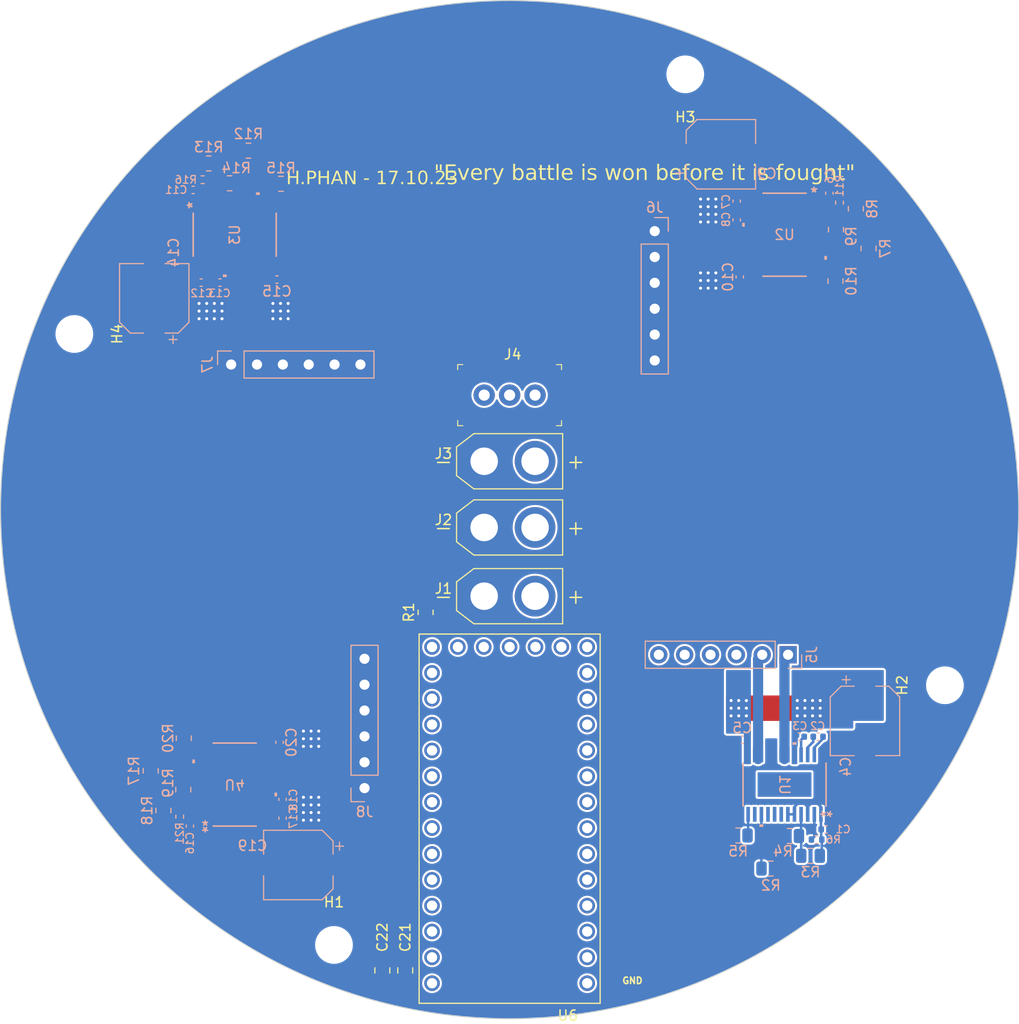
<source format=kicad_pcb>
(kicad_pcb (version 20221018) (generator pcbnew)
  (layers (0 "F.Cu" signal) (31 "B.Cu" signal) (34 "B.Paste" user) (35 "F.Paste" user) (36 "B.SilkS" user "B.Silkscreen") (37 "F.SilkS" user "F.Silkscreen") (38 "B.Mask" user) (39 "F.Mask" user) (44 "Edge.Cuts" user))
  (net 0 "")
  (net 1 "Net-(U1-DVDD)")
  (net 2 "GNDPWR")
  (net 3 "Net-(U1-CPL)")
  (net 4 "Net-(U1-CPH)")
  (net 5 "Net-(U1-VCP)")
  (net 6 "+15V")
  (net 7 "+5V")
  (net 8 "GNDS")
  (net 9 "+3V3")
  (net 10 "/SCL")
  (net 11 "/SDA")
  (net 12 "/M1A")
  (net 13 "/M1B")
  (net 14 "/ENC1A")
  (net 15 "/ENC1B")
  (net 16 "Net-(U1-IPROPI1)")
  (net 17 "Net-(U1-SR)")
  (net 18 "Net-(U1-IPROPI2)")
  (net 19 "Net-(U1-NFAULT)")
  (net 20 "/M1IN1")
  (net 21 "/M1IN2")
  (net 22 "/DISABLE")
  (net 23 "/M4IN2")
  (net 24 "/M4IN1")
  (net 25 "/M3IN2")
  (net 26 "/M3IN1")
  (net 27 "/M2IN2")
  (net 28 "/M2IN1")
  (net 29 "/ENC2B")
  (net 30 "/ENC2A")
  (net 31 "/ENC4B")
  (net 32 "/ENC4A")
  (net 33 "/ENC3B")
  (net 34 "/ENC3A")
  (net 35 "Net-(U2-DVDD)")
  (net 36 "Net-(U2-CPH)")
  (net 37 "Net-(U2-CPL)")
  (net 38 "Net-(U2-VCP)")
  (net 39 "Net-(U3-DVDD)")
  (net 40 "Net-(U3-CPH)")
  (net 41 "Net-(U3-CPL)")
  (net 42 "Net-(U3-VCP)")
  (net 43 "Net-(U4-DVDD)")
  (net 44 "Net-(U4-CPH)")
  (net 45 "Net-(U4-CPL)")
  (net 46 "Net-(U4-VCP)")
  (net 47 "/M2B")
  (net 48 "/M2A")
  (net 49 "/M3B")
  (net 50 "/M3A")
  (net 51 "/M4B")
  (net 52 "/M4A")
  (net 53 "Net-(U2-IPROPI1)")
  (net 54 "Net-(U2-SR)")
  (net 55 "Net-(U2-IPROPI2)")
  (net 56 "Net-(U2-NFAULT)")
  (net 57 "Net-(U3-IPROPI1)")
  (net 58 "Net-(U3-SR)")
  (net 59 "Net-(U3-IPROPI2)")
  (net 60 "Net-(U3-NFAULT)")
  (net 61 "Net-(U4-IPROPI1)")
  (net 62 "Net-(U4-SR)")
  (net 63 "Net-(U4-IPROPI2)")
  (net 64 "Net-(U4-NFAULT)")
  (footprint "MountingHole:MountingHole_3.2mm_M3" (layer "F.Cu") (at 132.75 192.75)
    (fp_text reference "H1")
    (fp_text value "MountingHole")
  )
  (footprint "MountingHole:MountingHole_3.2mm_M3" (layer "F.Cu") (at 107.25 132.75 -90)
    (fp_text reference "H4")
    (fp_text value "MountingHole")
  )
  (footprint "Connector_AMASS:AMASS_XT30U-F_1x02_P5.0mm_Vertical" (layer "F.Cu") (at 147.5 151.75)
    (fp_text reference "J2")
    (fp_text value "5V Buck")
  )
  (footprint "Connector_AMASS:AMASS_XT30U-F_1x02_P5.0mm_Vertical" (layer "F.Cu") (at 147.5 158.5)
    (fp_text reference "J1")
    (fp_text value "BATT")
  )
  (footprint "DEV-15583:MODULE_DEV-15583" (layer "F.Cu") (at 150 180 180)
    (fp_text reference "U6")
    (fp_text value "DEV-15583")
  )
  (footprint "Capacitor_SMD:C_0805_2012Metric" (layer "F.Cu") (at 139.75 195.25 90)
    (fp_text reference "C21")
    (fp_text value "10uF")
  )
  (footprint "Capacitor_SMD:C_0805_2012Metric" (layer "F.Cu") (at 137.5 195.25 90)
    (fp_text reference "C22")
    (fp_text value "100nF")
  )
  (footprint "Connector_AMASS:AMASS_XT30U-F_1x02_P5.0mm_Vertical" (layer "F.Cu") (at 147.5 145.25)
    (fp_text reference "J3")
    (fp_text value "3V3 Buck")
  )
  (footprint "MountingHole:MountingHole_3.2mm_M3" (layer "F.Cu") (at 167.25 107.25 180)
    (fp_text reference "H3")
    (fp_text value "MountingHole")
  )
  (footprint "Resistor_SMD:R_0805_2012Metric" (layer "F.Cu") (at 141.75 160.0875 90)
    (fp_text reference "R1")
    (fp_text value "0R")
  )
  (footprint "digikey-footprints:PinHeader_1x3_P2.5mm_Drill1.1mm" (layer "F.Cu") (at 147.5 138.755)
    (fp_text reference "J4")
    (fp_text value "I2C")
  )
  (footprint "MountingHole:MountingHole_3.2mm_M3" (layer "F.Cu") (at 192.75 167.25 90)
    (fp_text reference "H2")
    (fp_text value "MountingHole")
  )
  (footprint "Resistor_SMD:R_0805_2012Metric" (layer "B.Cu") (at 182 127.55 -90)
    (fp_text reference "R10")
    (fp_text value "363R")
  )
  (footprint "Capacitor_SMD:C_0402_1005Metric" (layer "B.Cu") (at 181.08 181.4)
    (fp_text reference "C1")
    (fp_text value "1uF")
  )
  (footprint "Resistor_SMD:R_0805_2012Metric" (layer "B.Cu") (at 116 179.55 90)
    (fp_text reference "R18")
    (fp_text value "0R")
  )
  (footprint "Capacitor_SMD:C_0402_1005Metric" (layer "B.Cu") (at 181.4 118.92 90)
    (fp_text reference "C6")
    (fp_text value "1uF")
  )
  (footprint "Capacitor_SMD:C_0402_1005Metric" (layer "B.Cu") (at 118.6 181.08 -90)
    (fp_text reference "C16")
    (fp_text value "1uF")
  )
  (footprint "Resistor_SMD:R_0805_2012Metric" (layer "B.Cu") (at 182.05 122.5 -90)
    (fp_text reference "R9")
    (fp_text value "3M")
  )
  (footprint "Resistor_SMD:R_0805_2012Metric" (layer "B.Cu") (at 179.55 184 180)
    (fp_text reference "R3")
    (fp_text value "0R")
  )
  (footprint "DRV8873HPWPR:PWP24_TEX" (layer "B.Cu") (at 177 123 180)
    (fp_text reference "U2")
    (fp_text value "DRV8873HPWPR")
  )
  (footprint "DRV8873HPWPR:PWP24_TEX" (layer "B.Cu") (at 123 177)
    (fp_text reference "U4")
    (fp_text value "DRV8873HPWPR")
  )
  (footprint "Capacitor_SMD:C_0402_1005Metric" (layer "B.Cu") (at 172.85 172.6 180)
    (fp_text reference "C5")
    (fp_text value "0.1uF")
  )
  (footprint "Resistor_SMD:R_0805_2012Metric" (layer "B.Cu") (at 114.75 175.65 -90)
    (fp_text reference "R17")
    (fp_text value "363R")
  )
  (footprint "Resistor_SMD:R_0805_2012Metric" (layer "B.Cu") (at 118 172.45 90)
    (fp_text reference "R20")
    (fp_text value "363R")
  )
  (footprint "Connector_PinHeader_2.54mm:PinHeader_1x06_P2.54mm_Vertical" (layer "B.Cu") (at 122.65 135.75 -90)
    (fp_text reference "J7")
    (fp_text value "M1")
  )
  (footprint "DRV8873HPWPR:PWP24_TEX" (layer "B.Cu") (at 123 123 -90)
    (fp_text reference "U3")
    (fp_text value "DRV8873HPWPR")
  )
  (footprint "Capacitor_SMD:CP_Elec_6.3x7.7" (layer "B.Cu") (at 115.1 129.25 90)
    (fp_text reference "C14")
    (fp_text value "100uF")
  )
  (footprint "Capacitor_SMD:C_0402_1005Metric" (layer "B.Cu") (at 118.92 118.6 180)
    (fp_text reference "C11")
    (fp_text value "1uF")
  )
  (footprint "Capacitor_SMD:CP_Elec_6.3x7.7" (layer "B.Cu") (at 184.9 170.75 -90)
    (fp_text reference "C4")
    (fp_text value "100uF")
  )
  (footprint "Capacitor_SMD:CP_Elec_6.3x7.7" (layer "B.Cu") (at 170.75 115.1)
    (fp_text reference "C9")
    (fp_text value "100uF")
  )
  (footprint "Resistor_SMD:R_0805_2012Metric" (layer "B.Cu") (at 177.5 182.05 180)
    (fp_text reference "R4")
    (fp_text value "3M")
  )
  (footprint "Resistor_SMD:R_0805_2012Metric" (layer "B.Cu") (at 172.45 182 180)
    (fp_text reference "R5")
    (fp_text value "363R")
  )
  (footprint "Capacitor_SMD:C_0402_1005Metric" (layer "B.Cu") (at 178.45 172.3 180)
    (fp_text reference "C3")
    (fp_text value "1uF")
  )
  (footprint "Resistor_SMD:R_0402_1005Metric" (layer "B.Cu") (at 117.6 180.15 90)
    (fp_text reference "R21")
    (fp_text value "10k")
  )
  (footprint "Resistor_SMD:R_0805_2012Metric" (layer "B.Cu") (at 124.35 114.75 180)
    (fp_text reference "R12")
    (fp_text value "363R")
  )
  (footprint "Capacitor_SMD:C_0402_1005Metric" (layer "B.Cu") (at 127.7 178.45 90)
    (fp_text reference "C18")
    (fp_text value "1uF")
  )
  (footprint "Resistor_SMD:R_0402_1005Metric" (layer "B.Cu") (at 182.4 119.85 -90)
    (fp_text reference "R11")
    (fp_text value "10k")
  )
  (footprint "Resistor_SMD:R_0805_2012Metric" (layer "B.Cu") (at 117.95 177.5 90)
    (fp_text reference "R19")
    (fp_text value "3M")
  )
  (footprint "Capacitor_SMD:C_0402_1005Metric" (layer "B.Cu") (at 127.4 172.85 90)
    (fp_text reference "C20")
    (fp_text value "0.1uF")
  )
  (footprint "Capacitor_SMD:C_0402_1005Metric" (layer "B.Cu") (at 172.3 119.7 -90)
    (fp_text reference "C7")
    (fp_text value "47nF")
  )
  (footprint "Connector_PinHeader_2.54mm:PinHeader_1x06_P2.54mm_Vertical" (layer "B.Cu") (at 164.25 122.65 180)
    (fp_text reference "J6")
    (fp_text value "M1")
  )
  (footprint "Capacitor_SMD:C_0402_1005Metric" (layer "B.Cu") (at 121.55 127.7)
    (fp_text reference "C13")
    (fp_text value "1uF")
  )
  (footprint "Resistor_SMD:R_0805_2012Metric" (layer "B.Cu") (at 175.65 185.25)
    (fp_text reference "R2")
    (fp_text value "363R")
  )
  (footprint "Capacitor_SMD:C_0402_1005Metric" (layer "B.Cu") (at 127.15 127.4)
    (fp_text reference "C15")
    (fp_text value "0.1uF")
  )
  (footprint "Resistor_SMD:R_0805_2012Metric" (layer "B.Cu") (at 184 120.45 -90)
    (fp_text reference "R8")
    (fp_text value "0R")
  )
  (footprint "Capacitor_SMD:C_0402_1005Metric" (layer "B.Cu") (at 172.3 121.55 -90)
    (fp_text reference "C8")
    (fp_text value "1uF")
  )
  (footprint "Capacitor_SMD:C_0402_1005Metric" (layer "B.Cu") (at 172.6 127.15 -90)
    (fp_text reference "C10")
    (fp_text value "0.1uF")
  )
  (footprint "Resistor_SMD:R_0402_1005Metric" (layer "B.Cu") (at 180.15 182.4 180)
    (fp_text reference "R6")
    (fp_text value "10k")
  )
  (footprint "DRV8873HPWPR:PWP24_TEX" (layer "B.Cu") (at 177 177 90)
    (fp_text reference "U1")
    (fp_text value "DRV8873HPWPR")
  )
  (footprint "Connector_PinHeader_2.54mm:PinHeader_1x06_P2.54mm_Vertical" (layer "B.Cu") (at 135.75 177.35)
    (fp_text reference "J8")
    (fp_text value "M1")
  )
  (footprint "Capacitor_SMD:C_0402_1005Metric" (layer "B.Cu") (at 180.3 172.3 180)
    (fp_text reference "C2")
    (fp_text value "47nF")
  )
  (footprint "Resistor_SMD:R_0805_2012Metric" (layer "B.Cu") (at 127.55 118)
    (fp_text reference "R15")
    (fp_text value "363R")
  )
  (footprint "Connector_PinHeader_2.54mm:PinHeader_1x06_P2.54mm_Vertical" (layer "B.Cu") (at 177.35 164.25 90)
    (fp_text reference "J5")
    (fp_text value "M1")
  )
  (footprint "Capacitor_SMD:CP_Elec_6.3x7.7" (layer "B.Cu") (at 129.25 184.9 180)
    (fp_text reference "C19")
    (fp_text value "100uF")
  )
  (footprint "Resistor_SMD:R_0805_2012Metric" (layer "B.Cu") (at 120.45 116)
    (fp_text reference "R13")
    (fp_text value "0R")
  )
  (footprint "Capacitor_SMD:C_0402_1005Metric" (layer "B.Cu") (at 119.7 127.7)
    (fp_text reference "C12")
    (fp_text value "47nF")
  )
  (footprint "Capacitor_SMD:C_0402_1005Metric" (layer "B.Cu") (at 127.7 180.3 90)
    (fp_text reference "C17")
    (fp_text value "47nF")
  )
  (footprint "Resistor_SMD:R_0805_2012Metric" (layer "B.Cu") (at 185.25 124.35 90)
    (fp_text reference "R7")
    (fp_text value "363R")
  )
  (footprint "Resistor_SMD:R_0805_2012Metric" (layer "B.Cu") (at 122.5 117.95)
    (fp_text reference "R14")
    (fp_text value "3M")
  )
  (footprint "Resistor_SMD:R_0402_1005Metric" (layer "B.Cu") (at 119.85 117.6)
    (fp_text reference "R16")
    (fp_text value "10k")
  )
  (gr_circle (center 150 150) (end 200 150) (stroke (width 0.1)) (fill none) (layer "Edge.Cuts"))
  (gr_text "{dblquote}Every battle is won before it is fought{dblquote}" (at 163.25 117) (layer "F.SilkS") (effects (font (size 1.5 1.5))))
  (gr_text "H.PHAN - 17.10.23" (at 136.5 117.5) (layer "F.SilkS") (effects (font (size 1.3 1.3))))
  (segment (start 180.574999 179.19) (end 180.574999 179.921) (width 0.25) (layer "B.Cu") (net 1))
  (segment (start 179.275002 179.19) (end 179.275002 179.921) (width 0.25) (layer "B.Cu") (net 1))
  (segment (start 177.975002 179.19) (end 178.300002 178.865) (width 0.25) (layer "B.Cu") (net 1))
  (segment (start 180.6 181.4) (end 180.6 182.34) (width 0.25) (layer "B.Cu") (net 1))
  (segment (start 180.574999 179.921) (end 180.574999 181.374999) (width 0.25) (layer "B.Cu") (net 1))
  (segment (start 179.275002 179.19) (end 179.600002 178.865) (width 0.25) (layer "B.Cu") (net 1))
  (segment (start 180.574999 181.374999) (end 180.6 181.4) (width 0.25) (layer "B.Cu") (net 1))
  (segment (start 178.300002 178.865) (end 178.950002 178.865) (width 0.25) (layer "B.Cu") (net 1))
  (segment (start 180.66 183.8025) (end 180.4625 184) (width 0.25) (layer "B.Cu") (net 1))
  (segment (start 179.600002 178.865) (end 180.249999 178.865) (width 0.25) (layer "B.Cu") (net 1))
  (segment (start 178.950002 178.865) (end 179.275002 179.19) (width 0.25) (layer "B.Cu") (net 1))
  (segment (start 177.325001 179.921) (end 177.975002 179.921) (width 0.25) (layer "B.Cu") (net 1))
  (segment (start 180.6 182.34) (end 180.66 182.4) (width 0.25) (layer "B.Cu") (net 1))
  (segment (start 180.249999 178.865) (end 180.574999 179.19) (width 0.25) (layer "B.Cu") (net 1))
  (segment (start 177.975002 179.921) (end 177.975002 179.19) (width 0.25) (layer "B.Cu") (net 1))
  (segment (start 180.66 182.4) (end 180.66 183.8025) (width 0.25) (layer "B.Cu") (net 1))
  (segment (start 180.78 172.492998) (end 180.78 172.3) (width 0.25) (layer "B.Cu") (net 3))
  (segment (start 179.924998 173.348) (end 180.78 172.492998) (width 0.25) (layer "B.Cu") (net 3))
  (segment (start 179.924998 174.079) (end 179.924998 173.348) (width 0.25) (layer "B.Cu") (net 3))
  (segment (start 179.82 172.802999) (end 179.82 172.3) (width 0.25) (layer "B.Cu") (net 4))
  (segment (start 179.274999 174.079) (end 179.274999 173.348) (width 0.25) (layer "B.Cu") (net 4))
  (segment (start 179.274999 173.348) (end 179.82 172.802999) (width 0.25) (layer "B.Cu") (net 4))
  (segment (start 178.624998 172.605002) (end 178.624998 174.079) (width 0.25) (layer "B.Cu") (net 5))
  (segment (start 178.93 172.3) (end 178.624998 172.605002) (width 0.25) (layer "B.Cu") (net 5))
  (via (at 131.25 172.5) (size 0.6) (drill 0.3) (layers "F.Cu" "B.Cu") (net 6))
  (via (at 169.5 121) (size 0.6) (drill 0.3) (layers "F.Cu" "B.Cu") (net 6))
  (via (at 120.25 129.75) (size 0.6) (drill 0.3) (layers "F.Cu" "B.Cu") (net 6))
  (via (at 126.75 130.5) (size 0.6) (drill 0.3) (layers "F.Cu" "B.Cu") (net 6))
  (via (at 168.75 121.75) (size 0.6) (drill 0.3) (layers "F.Cu" "B.Cu") (net 6))
  (via (at 130.5 173.25) (size 0.6) (drill 0.3) (layers "F.Cu" "B.Cu") (net 6))
  (via (at 169.5 127.5) (size 0.6) (drill 0.3) (layers "F.Cu" "B.Cu") (net 6))
  (via (at 169.5 119.5) (size 0.6) (drill 0.3) (layers "F.Cu" "B.Cu") (net 6))
  (via (at 179 168.75) (size 0.6) (drill 0.3) (layers "F.Cu" "B.Cu") (net 6))
  (via (at 129.75 172.5) (size 0.6) (drill 0.3) (layers "F.Cu" "B.Cu") (net 6))
  (via (at 170.25 119.5) (size 0.6) (drill 0.3) (layers "F.Cu" "B.Cu") (net 6))
  (via (at 171.75 169.5) (size 0.6) (drill 0.3) (layers "F.Cu" "B.Cu") (net 6))
  (via (at 171.75 170.25) (size 0.6) (drill 0.3) (layers "F.Cu" "B.Cu") (net 6))
  (via (at 119.5 129.75) (size 0.6) (drill 0.3) (layers "F.Cu" "B.Cu") (net 6))
  (via (at 173.25 169.5) (size 0.6) (drill 0.3) (layers "F.Cu" "B.Cu") (net 6))
  (via (at 168.75 126.75) (size 0.6) (drill 0.3) (layers "F.Cu" "B.Cu") (net 6))
  (via (at 131.25 180.5) (size 0.6) (drill 0.3) (layers "F.Cu" "B.Cu") (net 6))
  (via (at 178.25 170.25) (size 0.6) (drill 0.3) (layers "F.Cu" "B.Cu") (net 6))
  (via (at 131.25 171.75) (size 0.6) (drill 0.3) (layers "F.Cu" "B.Cu") (net 6))
  (via (at 130.5 178.25) (size 0.6) (drill 0.3) (layers "F.Cu" "B.Cu") (net 6))
  (via (at 169.5 126.75) (size 0.6) (drill 0.3) (layers "F.Cu" "B.Cu") (net 6))
  (via (at 169.5 120.25) (size 0.6) (drill 0.3) (layers "F.Cu" "B.Cu") (net 6))
  (via (at 130.5 171.75) (size 0.6) (drill 0.3) (layers "F.Cu" "B.Cu") (net 6))
  (via (at 120.25 131.25) (size 0.6) (drill 0.3) (layers "F.Cu" "B.Cu") (net 6))
  (via (at 180.5 169.5) (size 0.6) (drill 0.3) (layers "F.Cu" "B.Cu") (net 6))
  (via (at 172.5 168.75) (size 0.6) (drill 0.3) (layers "F.Cu" "B.Cu") (net 6))
  (via (at 121.75 131.25) (size 0.6) (drill 0.3) (layers "F.Cu" "B.Cu") (net 6))
  (via (at 180.5 170.25) (size 0.6) (drill 0.3) (layers "F.Cu" "B.Cu") (net 6))
  (via (at 127.5 130.5) (size 0.6) (drill 0.3) (layers "F.Cu" "B.Cu") (net 6))
  (via (at 179.75 168.75) (size 0.6) (drill 0.3) (layers "F.Cu" "B.Cu") (net 6))
  (via (at 170.25 127.5) (size 0.6) (drill 0.3) (layers "F.Cu" "B.Cu") (net 6))
  (via (at 168.75 120.25) (size 0.6) (drill 0.3) (layers "F.Cu" "B.Cu") (net 6))
  (via (at 121 131.25) (size 0.6) (drill 0.3) (layers "F.Cu" "B.Cu") (net 6))
  (via (at 179.75 170.25) (size 0.6) (drill 0.3) (layers "F.Cu" "B.Cu") (net 6))
  (via (at 129.75 171.75) (size 0.6) (drill 0.3) (layers "F.Cu" "B.Cu") (net 6))
  (via (at 128.25 130.5) (size 0.6) (drill 0.3) (layers "F.Cu" "B.Cu") (net 6))
  (via (at 130.5 180.5) (size 0.6) (drill 0.3) (layers "F.Cu" "B.Cu") (net 6))
  (via (at 129.75 178.25) (size 0.6) (drill 0.3) (layers "F.Cu" "B.Cu") (net 6))
  (via (at 130.5 172.5) (size 0.6) (drill 0.3) (layers "F.Cu" "B.Cu") (net 6))
  (via (at 121.75 129.75) (size 0.6) (drill 0.3) (layers "F.Cu" "B.Cu") (net 6))
  (via (at 173.25 168.75) (size 0.6) (drill 0.3) (layers "F.Cu" "B.Cu") (net 6))
  (via (at 129.75 179.75) (size 0.6) (drill 0.3) (layers "F.Cu" "B.Cu") (net 6))
  (via (at 171.75 168.75) (size 0.6) (drill 0.3) (layers "F.Cu" "B.Cu") (net 6))
  (via (at 168.75 128.25) (size 0.6) (drill 0.3) (layers "F.Cu" "B.Cu") (net 6))
  (via (at 131.25 179.75) (size 0.6) (drill 0.3) (layers "F.Cu" "B.Cu") (net 6))
  (via (at 178.25 168.75) (size 0.6) (drill 0.3) (layers "F.Cu" "B.Cu") (net 6))
  (via (at 170.25 121) (size 0.6) (drill 0.3) (layers "F.Cu" "B.Cu") (net 6))
  (via (at 129.75 179) (size 0.6) (drill 0.3) (layers "F.Cu" "B.Cu") (net 6))
  (via (at 127.5 131.25) (size 0.6) (drill 0.3) (layers "F.Cu" "B.Cu") (net 6))
  (via (at 119.5 130.5) (size 0.6) (drill 0.3) (layers "F.Cu" "B.Cu") (net 6))
  (via (at 121 129.75) (size 0.6) (drill 0.3) (layers "F.Cu" "B.Cu") (net 6))
  (via (at 126.75 131.25) (size 0.6) (drill 0.3) (layers "F.Cu" "B.Cu") (net 6))
  (via (at 127.5 129.75) (size 0.6) (drill 0.3) (layers "F.Cu" "B.Cu") (net 6))
  (via (at 168.75 119.5) (size 0.6) (drill 0.3) (layers "F.Cu" "B.Cu") (net 6))
  (via (at 170.25 126.75) (size 0.6) (drill 0.3) (layers "F.Cu" "B.Cu") (net 6))
  (via (at 172.5 170.25) (size 0.6) (drill 0.3) (layers "F.Cu" "B.Cu") (net 6))
  (via (at 129.75 180.5) (size 0.6) (drill 0.3) (layers "F.Cu" "B.Cu") (net 6))
  (via (at 170.25 121.75) (size 0.6) (drill 0.3) (layers "F.Cu" "B.Cu") (net 6))
  (via (at 130.5 179.75) (size 0.6) (drill 0.3) (layers "F.Cu" "B.Cu") (net 6))
  (via (at 121 130.5) (size 0.6) (drill 0.3) (layers "F.Cu" "B.Cu") (net 6))
  (via (at 128.25 129.75) (size 0.6) (drill 0.3) (layers "F.Cu" "B.Cu") (net 6))
  (via (at 129.75 173.25) (size 0.6) (drill 0.3) (layers "F.Cu" "B.Cu") (net 6))
  (via (at 128.25 131.25) (size 0.6) (drill 0.3) (layers "F.Cu" "B.Cu") (net 6))
  (via (at 169.5 128.25) (size 0.6) (drill 0.3) (layers "F.Cu" "B.Cu") (net 6))
  (via (at 169.5 121.75) (size 0.6) (drill 0.3) (layers "F.Cu" "B.Cu") (net 6))
  (via (at 131.25 173.25) (size 0.6) (drill 0.3) (layers "F.Cu" "B.Cu") (net 6))
  (via (at 173.25 170.25) (size 0.6) (drill 0.3) (layers "F.Cu" "B.Cu") (net 6))
  (via (at 168.75 121) (size 0.6) (drill 0.3) (layers "F.Cu" "B.Cu") (net 6))
  (via (at 180.5 168.75) (size 0.6) (drill 0.3) (layers "F.Cu" "B.Cu") (net 6))
  (via (at 121.75 130.5) (size 0.6) (drill 0.3) (layers "F.Cu" "B.Cu") (net 6))
  (via (at 170.25 128.25) (size 0.6) (drill 0.3) (layers "F.Cu" "B.Cu") (net 6))
  (via (at 179 170.25) (size 0.6) (drill 0.3) (layers "F.Cu" "B.Cu") (net 6))
  (via (at 131.25 179) (size 0.6) (drill 0.3) (layers "F.Cu" "B.Cu") (net 6))
  (via (at 120.25 130.5) (size 0.6) (drill 0.3) (layers "F.Cu" "B.Cu") (net 6))
  (via (at 179 169.5) (size 0.6) (drill 0.3) (layers "F.Cu" "B.Cu") (net 6))
  (via (at 178.25 169.5) (size 0.6) (drill 0.3) (layers "F.Cu" "B.Cu") (net 6))
  (via (at 119.5 131.25) (size 0.6) (drill 0.3) (layers "F.Cu" "B.Cu") (net 6))
  (via (at 131.25 178.25) (size 0.6) (drill 0.3) (layers "F.Cu" "B.Cu") (net 6))
  (via (at 179.75 169.5) (size 0.6) (drill 0.3) (layers "F.Cu" "B.Cu") (net 6))
  (via (at 168.75 127.5) (size 0.6) (drill 0.3) (layers "F.Cu" "B.Cu") (net 6))
  (via (at 126.75 129.75) (size 0.6) (drill 0.3) (layers "F.Cu" "B.Cu") (net 6))
  (via (at 170.25 120.25) (size 0.6) (drill 0.3) (layers "F.Cu" "B.Cu") (net 6))
  (via (at 130.5 179) (size 0.6) (drill 0.3) (layers "F.Cu" "B.Cu") (net 6))
  (via (at 172.5 169.5) (size 0.6) (drill 0.3) (layers "F.Cu" "B.Cu") (net 6))
  (segment (start 125.925999 177.97) (end 125.921 177.974999) (width 0.25) (layer "B.Cu") (net 6))
  (segment (start 174.074001 122.03) (end 174.079 122.025001) (width 0.25) (layer "B.Cu") (net 6))
  (segment (start 177.97 172.3) (end 177.97 174.074001) (width 0.25) (layer "B.Cu") (net 6))
  (segment (start 177.97 174.074001) (end 177.974999 174.079) (width 0.25) (layer "B.Cu") (net 6))
  (segment (start 172.3 122.03) (end 174.074001 122.03) (width 0.25) (layer "B.Cu") (net 6))
  (segment (start 122.03 127.7) (end 122.03 125.925999) (width 0.25) (layer "B.Cu") (net 6))
  (segment (start 127.7 177.97) (end 125.925999 177.97) (width 0.25) (layer "B.Cu") (net 6))
  (segment (start 122.03 125.925999) (end 122.025001 125.921) (width 0.25) (layer "B.Cu") (net 6))
  (segment (start 177 174.75) (end 176.674999 174.424999) (width 0.25) (layer "B.Cu") (net 12))
  (segment (start 177.324998 174.425002) (end 177 174.75) (width 0.25) (layer "B.Cu") (net 12))
  (segment (start 177.324998 174.079) (end 177.324998 174.425002) (width 0.25) (layer "B.Cu") (net 12))
  (segment (start 176.99 164.61) (end 177 164.6) (width 1) (layer "B.Cu") (net 12))
  (segment (start 176.99 174.5) (end 176.99 164.61) (width 1) (layer "B.Cu") (net 12))
  (segment (start 176.674999 174.424999) (end 176.674999 174.079) (width 0.25) (layer "B.Cu") (net 12))
  (segment (start 177 164.6) (end 177.35 164.25) (width 0.25) (layer "B.Cu") (net 12))
  (segment (start 174.075 174.079) (end 174.725001 174.079) (width 0.25) (layer "B.Cu") (net 13))
  (segment (start 174.4 174.5) (end 174.4 164.66) (width 1) (layer "B.Cu") (net 13))
  (segment (start 174.4 164.66) (end 174.81 164.25) (width 1) (layer "B.Cu") (net 13))
  (segment (start 174.725001 179.921) (end 174.725001 185.237501) (width 0.25) (layer "B.Cu") (net 16))
  (segment (start 174.725001 185.237501) (end 174.7375 185.25) (width 0.25) (layer "B.Cu") (net 16))
  (segment (start 178.4125 182.05) (end 178.625001 181.837499) (width 0.25) (layer "B.Cu") (net 17))
  (segment (start 178.6375 184) (end 178.6375 182.275) (width 0.25) (layer "B.Cu") (net 17))
  (segment (start 178.625001 181.837499) (end 178.625001 179.921) (width 0.25) (layer "B.Cu") (net 17))
  (segment (start 178.6375 182.275) (end 178.4125 182.05) (width 0.25) (layer "B.Cu") (net 17))
  (segment (start 173.425001 179.921) (end 173.425001 181.937499) (width 0.25) (layer "B.Cu") (net 18))
  (segment (start 173.425001 181.937499) (end 173.3625 182) (width 0.25) (layer "B.Cu") (net 18))
  (segment (start 179.64 182.4) (end 179.925 182.115) (width 0.25) (layer "B.Cu") (net 19))
  (segment (start 179.925 182.115) (end 179.925 179.921) (width 0.25) (layer "B.Cu") (net 19))
  (segment (start 181.374999 119.425001) (end 181.4 119.4) (width 0.25) (layer "B.Cu") (net 35))
  (segment (start 178.865 120.399998) (end 178.865 119.750001) (width 0.25) (layer "B.Cu") (net 35))
  (segment (start 183.8025 119.34) (end 184 119.5375) (width 0.25) (layer "B.Cu") (net 35))
  (segment (start 179.19 119.425001) (end 179.921 119.425001) (width 0.25) (layer "B.Cu") (net 35))
  (segment (start 179.19 120.724998) (end 179.921 120.724998) (width 0.25) (layer "B.Cu") (net 35))
  (segment (start 179.921 122.024998) (end 179.19 122.024998) (width 0.25) (layer "B.Cu") (net 35))
  (segment (start 182.34 119.4) (end 182.4 119.34) (width 0.25) (layer "B.Cu") (net 35))
  (segment (start 179.19 120.724998) (end 178.865 120.399998) (width 0.25) (layer "B.Cu") (net 35))
  (segment (start 178.865 119.750001) (end 179.19 119.425001) (width 0.25) (layer "B.Cu") (net 35))
  (segment (start 179.921 119.425001) (end 181.374999 119.425001) (width 0.25) (layer "B.Cu") (net 35))
  (segment (start 179.921 122.674999) (end 179.921 122.024998) (width 0.25) (layer "B.Cu") (net 35))
  (segment (start 179.19 122.024998) (end 178.865 121.699998) (width 0.25) (layer "B.Cu") (net 35))
  (segment (start 178.865 121.699998) (end 178.865 121.049998) (width 0.25) (layer "B.Cu") (net 35))
  (segment (start 182.4 119.34) (end 183.8025 119.34) (width 0.25) (layer "B.Cu") (net 35))
  (segment (start 178.865 121.049998) (end 179.19 120.724998) (width 0.25) (layer "B.Cu") (net 35))
  (segment (start 181.4 119.4) (end 182.34 119.4) (width 0.25) (layer "B.Cu") (net 35))
  (segment (start 174.079 120.725001) (end 173.348 120.725001) (width 0.25) (layer "B.Cu") (net 36))
  (segment (start 172.802999 120.18) (end 172.3 120.18) (width 0.25) (layer "B.Cu") (net 36))
  (segment (start 173.348 120.725001) (end 172.802999 120.18) (width 0.25) (layer "B.Cu") (net 36))
  (segment (start 172.492998 119.22) (end 172.3 119.22) (width 0.25) (layer "B.Cu") (net 37))
  (segment (start 173.348 120.075002) (end 172.492998 119.22) (width 0.25) (layer "B.Cu") (net 37))
  (segment (start 174.079 120.075002) (end 173.348 120.075002) (width 0.25) (layer "B.Cu") (net 37))
  (segment (start 172.3 121.07) (end 172.605002 121.375002) (width 0.25) (layer "B.Cu") (net 38))
  (segment (start 172.605002 121.375002) (end 174.079 121.375002) (width 0.25) (layer "B.Cu") (net 38))
  (segment (start 120.724998 120.81) (end 120.399998 121.135) (width 0.25) (layer "B.Cu") (net 39))
  (segment (start 119.34 117.6) (end 119.34 116.1975) (width 0.25) (layer "B.Cu") (net 39))
  (segment (start 120.399998 121.135) (end 119.750001 121.135) (width 0.25) (layer "B.Cu") (net 39))
  (segment (start 119.4 118.6) (end 119.4 117.66) (width 0.25) (layer "B.Cu") (net 39))
  (segment (start 119.425001 118.625001) (end 119.4 118.6) (width 0.25) (layer "B.Cu") (net 39))
  (segment (start 119.750001 121.135) (end 119.425001 120.81) (width 0.25) (layer "B.Cu") (net 39))
  (segment (start 122.024998 120.81) (end 121.699998 121.135) (width 0.25) (layer "B.Cu") (net 39))
  (segment (start 120.724998 120.81) (end 120.724998 120.079) (width 0.25) (layer "B.Cu") (net 39))
  (segment (start 122.024998 120.079) (end 122.024998 120.81) (width 0.25) (layer "B.Cu") (net 39))
  (segment (start 119.425001 120.079) (end 119.425001 118.625001) (width 0.25) (layer "B.Cu") (net 39))
  (segment (start 121.699998 121.135) (end 121.049998 121.135) (width 0.25) (layer "B.Cu") (net 39))
  (segment (start 119.4 117.66) (end 119.34 117.6) (width 0.25) (layer "B.Cu") (net 39))
  (segment (start 122.674999 120.079) (end 122.024998 120.079) (width 0.25) (layer "B.Cu") (net 39))
  (segment (start 119.425001 120.81) (end 119.425001 120.079) (width 0.25) (layer "B.Cu") (net 39))
  (segment (start 119.34 116.1975) (end 119.5375 116) (width 0.25) (layer "B.Cu") (net 39))
  (segment (start 121.049998 121.135) (end 120.724998 120.81) (width 0.25) (layer "B.Cu") (net 39))
  (segment (start 120.725001 125.921) (end 120.725001 126.652) (width 0.25) (layer "B.Cu") (net 40))
  (segment (start 120.725001 126.652) (end 120.18 127.197001) (width 0.25) (layer "B.Cu") (net 40))
  (segment (start 120.18 127.197001) (end 120.18 127.7) (width 0.25) (layer "B.Cu") (net 40))
  (segment (start 120.075002 126.652) (end 119.22 127.507002) (width 0.25) (layer "B.Cu") (net 41))
  (segment (start 120.075002 125.921) (end 120.075002 126.652) (width 0.25) (layer "B.Cu") (net 41))
  (segment (start 119.22 127.507002) (end 119.22 127.7) (width 0.25) (layer "B.Cu") (net 41))
  (segment (start 121.375002 127.394998) (end 121.375002 125.921) (width 0.25) (layer "B.Cu") (net 42))
  (segment (start 121.07 127.7) (end 121.375002 127.394998) (width 0.25) (layer "B.Cu") (net 42))
  (segment (start 120.079 177.975002) (end 120.81 177.975002) (width 0.25) (layer "B.Cu") (net 43))
  (segment (start 117.6 180.66) (end 116.1975 180.66) (width 0.25) (layer "B.Cu") (net 43))
  (segment (start 121.135 178.300002) (end 121.135 178.950002) (width 0.25) (layer "B.Cu") (net 43))
  (segment (start 118.6 180.6) (end 117.66 180.6) (width 0.25) (layer "B.Cu") (net 43))
  (segment (start 120.81 179.275002) (end 120.079 179.275002) (width 0.25) (layer "B.Cu") (net 43))
  (segment (start 121.135 178.950002) (end 120.81 179.275002) (width 0.25) (layer "B.Cu") (net 43))
  (segment (start 120.81 177.975002) (end 121.135 178.300002) (width 0.25) (layer "B.Cu") (net 43))
  (segment (start 120.079 180.574999) (end 118.625001 180.574999) (width 0.25) (layer "B.Cu") (net 43))
  (segment (start 121.135 179.600002) (end 121.135 180.249999) (width 0.25) (layer "B.Cu") (net 43))
  (segment (start 120.81 180.574999) (end 120.079 180.574999) (width 0.25) (layer "B.Cu") (net 43))
  (segment (start 120.079 177.325001) (end 120.079 177.975002) (width 0.25) (layer "B.Cu") (net 43))
  (segment (start 117.66 180.6) (end 117.6 180.66) (width 0.25) (layer "B.Cu") (net 43))
  (segment (start 118.625001 180.574999) (end 118.6 180.6) (width 0.25) (layer "B.Cu") (net 43))
  (segment (start 116.1975 180.66) (end 116 180.4625) (width 0.25) (layer "B.Cu") (net 43))
  (segment (start 121.135 180.249999) (end 120.81 180.574999) (width 0.25) (layer "B.Cu") (net 43))
  (segment (start 120.81 179.275002) (end 121.135 179.600002) (width 0.25) (layer "B.Cu") (net 43))
  (segment (start 127.197001 179.82) (end 127.7 179.82) (width 0.25) (layer "B.Cu") (net 44))
  (segment (start 125.921 179.274999) (end 126.652 179.274999) (width 0.25) (layer "B.Cu") (net 44))
  (segment (start 126.652 179.274999) (end 127.197001 179.82) (width 0.25) (layer "B.Cu") (net 44))
  (segment (start 127.507002 180.78) (end 127.7 180.78) (width 0.25) (layer "B.Cu") (net 45))
  (segment (start 125.921 179.924998) (end 126.652 179.924998) (width 0.25) (layer "B.Cu") (net 45))
  (segment (start 126.652 179.924998) (end 127.507002 180.78) (width 0.25) (layer "B.Cu") (net 45))
  (segment (start 127.7 178.93) (end 127.394998 178.624998) (width 0.25) (layer "B.Cu") (net 46))
  (segment (start 127.394998 178.624998) (end 125.921 178.624998) (width 0.25) (layer "B.Cu") (net 46))
  (segment (start 174.079 125.925) (end 174.079 125.274999) (width 0.25) (layer "B.Cu") (net 47))
  (segment (start 164.66 125.6) (end 164.25 125.19) (width 1) (layer "B.Cu") (net 47))
  (segment (start 174.5 125.6) (end 164.66 125.6) (width 1) (layer "B.Cu") (net 47))
  (segment (start 164.61 123.01) (end 164.6 123) (width 1) (layer "B.Cu") (net 48))
  (segment (start 174.5 123.01) (end 164.61 123.01) (width 1) (layer "B.Cu") (net 48))
  (segment (start 174.425002 122.675002) (end 174.75 123) (width 0.25) (layer "B.Cu") (net 48))
  (segment (start 174.75 123) (end 174.424999 123.325001) (width 0.25) (layer "B.Cu") (net 48))
  (segment (start 164.6 123) (end 164.25 122.65) (width 0.25) (layer "B.Cu") (net 48))
  (segment (start 174.079 122.675002) (end 174.425002 122.675002) (width 0.25) (layer "B.Cu") (net 48))
  (segment (start 174.424999 123.325001) (end 174.079 123.325001) (width 0.25) (layer "B.Cu") (net 48))
  (segment (start 125.6 125.5) (end 125.6 135.34) (width 1) (layer "B.Cu") (net 49))
  (segment (start 125.6 135.34) (end 125.19 135.75) (width 1) (layer "B.Cu") (net 49))
  (segment (start 125.925 125.921) (end 125.274999 125.921) (width 0.25) (layer "B.Cu") (net 49))
  (segment (start 123.01 135.39) (end 123 135.4) (width 1) (layer "B.Cu") (net 50))
  (segment (start 123 125.25) (end 123.325001 125.575001) (width 0.25) (layer "B.Cu") (net 50))
  (segment (start 123.01 125.5) (end 123.01 135.39) (width 1) (layer "B.Cu") (net 50))
  (segment (start 123.325001 125.575001) (end 123.325001 125.921) (width 0.25) (layer "B.Cu") (net 50))
  (segment (start 122.675002 125.921) (end 122.675002 125.574998) (width 0.25) (layer "B.Cu") (net 50))
  (segment (start 123 135.4) (end 122.65 135.75) (width 0.25) (layer "B.Cu") (net 50))
  (segment (start 122.675002 125.574998) (end 123 125.25) (width 0.25) (layer "B.Cu") (net 50))
  (segment (start 135.34 174.4) (end 135.75 174.81) (width 1) (layer "B.Cu") (net 51))
  (segment (start 125.921 174.075) (end 125.921 174.725001) (width 0.25) (layer "B.Cu") (net 51))
  (segment (start 125.5 174.4) (end 135.34 174.4) (width 1) (layer "B.Cu") (net 51))
  (segment (start 135.39 176.99) (end 135.4 177) (width 1) (layer "B.Cu") (net 52))
  (segment (start 125.921 177.324998) (end 125.574998 177.324998) (width 0.25) (layer "B.Cu") (net 52))
  (segment (start 135.4 177) (end 135.75 177.35) (width 0.25) (layer "B.Cu") (net 52))
  (segment (start 125.5 176.99) (end 135.39 176.99) (width 1) (layer "B.Cu") (net 52))
  (segment (start 125.574998 177.324998) (end 125.25 177) (width 0.25) (layer "B.Cu") (net 52))
  (segment (start 125.25 177) (end 125.575001 176.674999) (width 0.25) (layer "B.Cu") (net 52))
  (segment (start 125.575001 176.674999) (end 125.921 176.674999) (width 0.25) (layer "B.Cu") (net 52))
  (segment (start 179.921 125.274999) (end 185.237501 125.274999) (width 0.25) (layer "B.Cu") (net 53))
  (segment (start 185.237501 125.274999) (end 185.25 125.2625) (width 0.25) (layer "B.Cu") (net 53))
  (segment (start 182.05 121.5875) (end 181.837499 121.374999) (width 0.25) (layer "B.Cu") (net 54))
  (segment (start 181.837499 121.374999) (end 179.921 121.374999) (width 0.25) (layer "B.Cu") (net 54))
  (segment (start 184 121.3625) (end 182.275 121.3625) (width 0.25) (layer "B.Cu") (net 54))
  (segment (start 182.275 121.3625) (end 182.05 121.5875) (width 0.25) (layer "B.Cu") (net 54))
  (segment (start 179.921 126.574999) (end 181.937499 126.574999) (width 0.25) (layer "B.Cu") (net 55))
  (segment (start 181.937499 126.574999) (end 182 126.6375) (width 0.25) (layer "B.Cu") (net 55))
  (segment (start 182.4 120.36) (end 182.115 120.075) (width 0.25) (layer "B.Cu") (net 56))
  (segment (start 182.115 120.075) (end 179.921 120.075) (width 0.25) (layer "B.Cu") (net 56))
  (segment (start 125.274999 114.762499) (end 125.2625 114.75) (width 0.25) (layer "B.Cu") (net 57))
  (segment (start 125.274999 120.079) (end 125.274999 114.762499) (width 0.25) (layer "B.Cu") (net 57))
  (segment (start 121.5875 117.95) (end 121.374999 118.162501) (width 0.25) (layer "B.Cu") (net 58))
  (segment (start 121.374999 118.162501) (end 121.374999 120.079) (width 0.25) (layer "B.Cu") (net 58))
  (segment (start 121.3625 116) (end 121.3625 117.725) (width 0.25) (layer "B.Cu") (net 58))
  (segment (start 121.3625 117.725) (end 121.5875 117.95) (width 0.25) (layer "B.Cu") (net 58))
  (segment (start 126.574999 118.062501) (end 126.6375 118) (width 0.25) (layer "B.Cu") (net 59))
  (segment (start 126.574999 120.079) (end 126.574999 118.062501) (width 0.25) (layer "B.Cu") (net 59))
  (segment (start 120.075 117.885) (end 120.075 120.079) (width 0.25) (layer "B.Cu") (net 60))
  (segment (start 120.36 117.6) (end 120.075 117.885) (width 0.25) (layer "B.Cu") (net 60))
  (segment (start 114.762499 174.725001) (end 114.75 174.7375) (width 0.25) (layer "B.Cu") (net 61))
  (segment (start 120.079 174.725001) (end 114.762499 174.725001) (width 0.25) (layer "B.Cu") (net 61))
  (segment (start 117.95 178.4125) (end 118.162501 178.625001) (width 0.25) (layer "B.Cu") (net 62))
  (segment (start 117.725 178.6375) (end 117.95 178.4125) (width 0.25) (layer "B.Cu") (net 62))
  (segment (start 118.162501 178.625001) (end 120.079 178.625001) (width 0.25) (layer "B.Cu") (net 62))
  (segment (start 116 178.6375) (end 117.725 178.6375) (width 0.25) (layer "B.Cu") (net 62))
  (segment (start 120.079 173.425001) (end 118.062501 173.425001) (width 0.25) (layer "B.Cu") (net 63))
  (segment (start 118.062501 173.425001) (end 118 173.3625) (width 0.25) (layer "B.Cu") (net 63))
  (segment (start 117.885 179.925) (end 120.079 179.925) (width 0.25) (layer "B.Cu") (net 64))
  (segment (start 117.6 179.64) (end 117.885 179.925) (width 0.25) (layer "B.Cu") (net 64))
  (zone (net 6) (net_name "+15V") (layer "F.Cu") (priority 2) (connect_pads yes (clearance 0.2)) (min_thickness 0.2) (fill yes (thermal_gap 0.5) (thermal_bridge_width 0.5))
    (polygon (pts (xy 129.25 181) (xy 131.75 181) (xy 131.75 171.25) (xy 129.25 171.25)))
  )
  (zone (net 6) (net_name "+15V") (layer "F.Cu") (priority 2) (connect_pads yes (clearance 0.2)) (min_thickness 0.2) (fill yes (thermal_gap 0.5) (thermal_bridge_width 0.5))
    (polygon (pts (xy 181 170.75) (xy 181 168.25) (xy 171.25 168.25) (xy 171.25 170.75)))
  )
  (zone (net 6) (net_name "+15V") (layer "F.Cu") (priority 2) (connect_pads yes (clearance 0.2)) (min_thickness 0.2) (fill yes (thermal_gap 0.5) (thermal_bridge_width 0.5))
    (polygon (pts (xy 170.75 119) (xy 168.25 119) (xy 168.25 128.75) (xy 170.75 128.75)))
  )
  (zone (net 6) (net_name "+15V") (layer "F.Cu") (priority 2) (connect_pads yes (clearance 0.2)) (min_thickness 0.2) (fill yes (thermal_gap 0.5) (thermal_bridge_width 0.5))
    (polygon (pts (xy 119 129.25) (xy 119 131.75) (xy 128.75 131.75) (xy 128.75 129.25)))
  )
  (zone (net 6) (net_name "+15V") (layer "B.Cu") (priority 1) (connect_pads yes (clearance 0.2)) (min_thickness 0.2) (fill yes (thermal_gap 0.5) (thermal_bridge_width 0.5))
    (polygon (pts (xy 129.25 186.75) (xy 129.25 183.75) (xy 128.5 183.75) (xy 128.5 180.25) (xy 125 180.25) (xy 125 176.5) (xy 127.75 176.5) (xy 127.75 173.75) (xy 125 173.75) (xy 125 173) (xy 128 173) (xy 128 171.25) (xy 134.25 171.25) (xy 134.25 186.75)))
  )
  (zone (net 6) (net_name "+15V") (layer "B.Cu") (priority 1) (connect_pads yes (clearance 0.2)) (min_thickness 0.2) (fill yes (thermal_gap 0.5) (thermal_bridge_width 0.5))
    (polygon (pts (xy 186.75 170.75) (xy 183.75 170.75) (xy 183.75 171.5) (xy 180.25 171.5) (xy 180.25 175) (xy 176.5 175) (xy 176.5 172.25) (xy 173.75 172.25) (xy 173.75 175) (xy 173 175) (xy 173 172) (xy 171.25 172) (xy 171.25 165.75) (xy 186.75 165.75)))
  )
  (zone (net 6) (net_name "+15V") (layer "B.Cu") (priority 1) (connect_pads yes (clearance 0.2)) (min_thickness 0.2) (fill yes (thermal_gap 0.5) (thermal_bridge_width 0.5))
    (polygon (pts (xy 113.25 129.25) (xy 116.25 129.25) (xy 116.25 128.5) (xy 119.75 128.5) (xy 119.75 125) (xy 123.5 125) (xy 123.5 127.75) (xy 126.25 127.75) (xy 126.25 125) (xy 127 125) (xy 127 128) (xy 128.75 128) (xy 128.75 134.25) (xy 113.25 134.25)))
  )
  (zone (net 6) (net_name "+15V") (layer "B.Cu") (priority 1) (connect_pads yes (clearance 0.2)) (min_thickness 0.2) (fill yes (thermal_gap 0.5) (thermal_bridge_width 0.5))
    (polygon (pts (xy 170.75 113.25) (xy 170.75 116.25) (xy 171.5 116.25) (xy 171.5 119.75) (xy 175 119.75) (xy 175 123.5) (xy 172.25 123.5) (xy 172.25 126.25) (xy 175 126.25) (xy 175 127) (xy 172 127) (xy 172 128.75) (xy 165.75 128.75) (xy 165.75 113.25)))
  )
  (zone (net 2) (net_name "GNDPWR") (layer "B.Cu") (connect_pads yes (clearance 0.2)) (min_thickness 0.2) (fill yes (thermal_gap 0.5) (thermal_bridge_width 0.5))
    (polygon (pts (xy 100 100) (xy 100 200) (xy 200 200) (xy 200 100)))
  )
)
</source>
